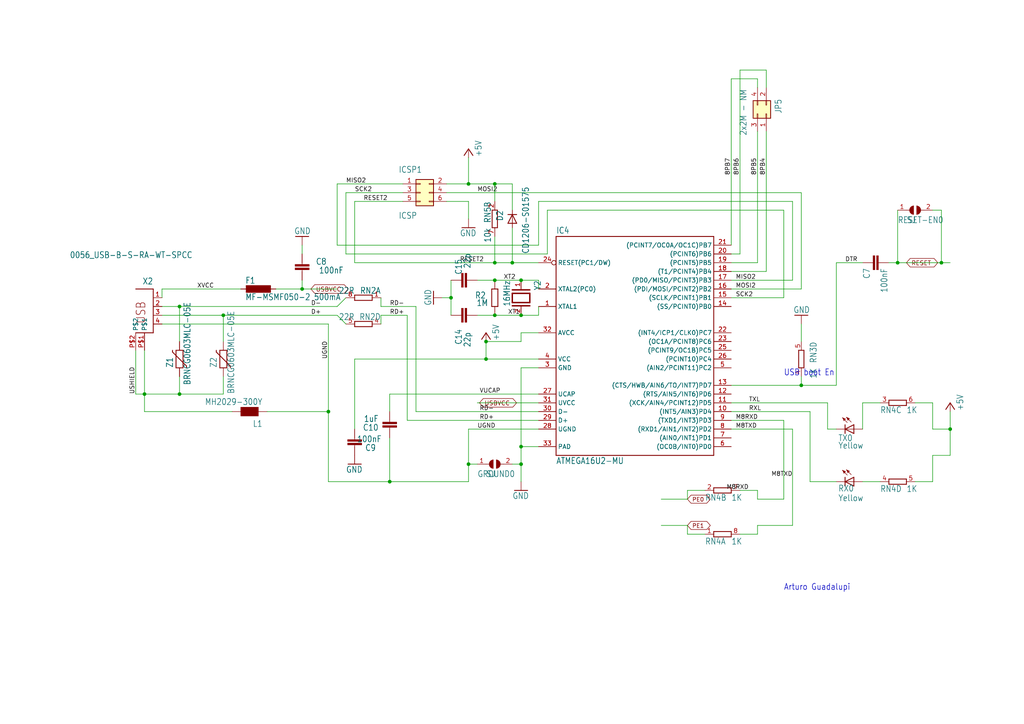
<source format=kicad_sch>
(kicad_sch (version 20211123) (generator eeschema)
  (paper "A4")
  (lib_symbols
    (symbol "Connector_Generic:Conn_02x02_Odd_Even" (pin_names (offset 1.016) hide)
      (property "Reference" "J" (at 1.27 2.54 0))
      (property "Value" "Conn_02x02_Odd_Even" (at 1.27 -5.08 0))
      (symbol "Conn_02x02_Odd_Even_1_1"
        (rectangle (start -1.27 -2.413) (end 0 -2.667) (stroke (width 0.1524)))
        (rectangle (start -1.27 0.127) (end 0 -0.127) (stroke (width 0.1524)))
        (rectangle (start -1.27 1.27) (end 3.81 -3.81) (stroke (width 0.254)) (fill (type background)))
        (rectangle (start 3.81 -2.413) (end 2.54 -2.667) (stroke (width 0.1524)))
        (rectangle (start 3.81 0.127) (end 2.54 -0.127) (stroke (width 0.1524)))
        (pin passive line (at -5.08 0 0) (length 3.81) (name "Pin_1") (number "1"))
        (pin passive line (at 7.62 0 180) (length 3.81) (name "Pin_2") (number "2"))
        (pin passive line (at -5.08 -2.54 0) (length 3.81) (name "Pin_3") (number "3"))
        (pin passive line (at 7.62 -2.54 180) (length 3.81) (name "Pin_4") (number "4"))
      )
    )
    (symbol "Connector_Generic:Conn_02x03_Odd_Even" (pin_names (offset 1.016) hide)
      (property "Reference" "J" (at 1.27 5.08 0))
      (property "Value" "Conn_02x03_Odd_Even" (at 1.27 -5.08 0))
      (symbol "Conn_02x03_Odd_Even_1_1"
        (rectangle (start -1.27 -2.413) (end 0 -2.667) (stroke (width 0.1524)))
        (rectangle (start -1.27 0.127) (end 0 -0.127) (stroke (width 0.1524)))
        (rectangle (start -1.27 2.667) (end 0 2.413) (stroke (width 0.1524)))
        (rectangle (start -1.27 3.81) (end 3.81 -3.81) (stroke (width 0.254)) (fill (type background)))
        (rectangle (start 3.81 -2.413) (end 2.54 -2.667) (stroke (width 0.1524)))
        (rectangle (start 3.81 0.127) (end 2.54 -0.127) (stroke (width 0.1524)))
        (rectangle (start 3.81 2.667) (end 2.54 2.413) (stroke (width 0.1524)))
        (pin passive line (at -5.08 2.54 0) (length 3.81) (name "Pin_1") (number "1"))
        (pin passive line (at 7.62 2.54 180) (length 3.81) (name "Pin_2") (number "2"))
        (pin passive line (at -5.08 0 0) (length 3.81) (name "Pin_3") (number "3"))
        (pin passive line (at 7.62 0 180) (length 3.81) (name "Pin_4") (number "4"))
        (pin passive line (at -5.08 -2.54 0) (length 3.81) (name "Pin_5") (number "5"))
        (pin passive line (at 7.62 -2.54 180) (length 3.81) (name "Pin_6") (number "6"))
      )
    )
    (symbol "MEGA2560_Rev3e-eagle-import:+5V" (power)
      (property "Value" "+5V" (at -2.54 -5.08 90))
      (symbol "+5V_1_0"
        (polyline (pts (xy 0 0) (xy -1.27 -1.905)) (stroke (width 0.254)))
        (polyline (pts (xy 1.27 -1.905) (xy 0 0)) (stroke (width 0.254)))
        (pin power_in line (at 0 -2.54 90) (length 2.54) (name "+5V") (number "1"))
      )
    )
    (symbol "MEGA2560_Rev3e-eagle-import:0001_BLM21PG300SN1D_{slash}_MH2029-300Y"
      (property "Reference" "L" (at -3.81 5.08 0))
      (property "Value" "0001_BLM21PG300SN1D_{slash}_MH2029-300Y" (at -3.81 -1.27 0))
      (symbol "0001_BLM21PG300SN1D_{slash}_MH2029-300Y_1_0"
        (rectangle (start -2.54 1.27) (end 2.54 3.81) (fill (type outline)))
        (pin passive line (at -5.08 2.54 0) (length 2.54) (name "1") (number "1"))
        (pin passive line (at 5.08 2.54 180) (length 2.54) (name "2") (number "2"))
      )
    )
    (symbol "MEGA2560_Rev3e-eagle-import:0002_MF-MSMF050-2"
      (property "Reference" "F" (at -1.4986 -3.81 90))
      (property "Value" "0002_MF-MSMF050-2" (at 3.302 -3.81 90))
      (symbol "0002_MF-MSMF050-2_1_0"
        (rectangle (start -1.016 -3.556) (end 1.016 3.556) (fill (type outline)))
        (pin passive line (at 0 5.08 270) (length 2.54) (name "1") (number "1"))
        (pin passive line (at 0 -5.08 90) (length 2.54) (name "2") (number "2"))
      )
    )
    (symbol "MEGA2560_Rev3e-eagle-import:0003_064R_22R_{slash}_CAY16-220J4LF"
      (property "Reference" "RN" (at -5.08 -3.048 0))
      (property "Value" "0003_064R_22R_{slash}_CAY16-220J4LF" (at 2.54 -3.048 0))
      (symbol "0003_064R_22R_{slash}_CAY16-220J4LF_1_0"
        (polyline (pts (xy -2.54 -0.762) (xy 2.54 -0.762)) (stroke (width 0.254)))
        (polyline (pts (xy -2.54 0.762) (xy -2.54 -0.762)) (stroke (width 0.254)))
        (polyline (pts (xy 2.54 -0.762) (xy 2.54 0.762)) (stroke (width 0.254)))
        (polyline (pts (xy 2.54 0.762) (xy -2.54 0.762)) (stroke (width 0.254)))
        (pin passive line (at -5.08 0 0) (length 2.54) (name "1") (number "1"))
        (pin passive line (at 5.08 0 180) (length 2.54) (name "2") (number "8"))
      )
      (symbol "0003_064R_22R_{slash}_CAY16-220J4LF_2_0"
        (polyline (pts (xy -2.54 -0.762) (xy 2.54 -0.762)) (stroke (width 0.254)))
        (polyline (pts (xy -2.54 0.762) (xy -2.54 -0.762)) (stroke (width 0.254)))
        (polyline (pts (xy 2.54 -0.762) (xy 2.54 0.762)) (stroke (width 0.254)))
        (polyline (pts (xy 2.54 0.762) (xy -2.54 0.762)) (stroke (width 0.254)))
        (pin passive line (at -5.08 0 0) (length 2.54) (name "1") (number "2"))
        (pin passive line (at 5.08 0 180) (length 2.54) (name "2") (number "7"))
      )
      (symbol "0003_064R_22R_{slash}_CAY16-220J4LF_3_0"
        (polyline (pts (xy -2.54 -0.762) (xy 2.54 -0.762)) (stroke (width 0.254)))
        (polyline (pts (xy -2.54 0.762) (xy -2.54 -0.762)) (stroke (width 0.254)))
        (polyline (pts (xy 2.54 -0.762) (xy 2.54 0.762)) (stroke (width 0.254)))
        (polyline (pts (xy 2.54 0.762) (xy -2.54 0.762)) (stroke (width 0.254)))
        (pin passive line (at -5.08 0 0) (length 2.54) (name "1") (number "3"))
        (pin passive line (at 5.08 0 180) (length 2.54) (name "2") (number "6"))
      )
      (symbol "0003_064R_22R_{slash}_CAY16-220J4LF_4_0"
        (polyline (pts (xy -2.54 -0.762) (xy 2.54 -0.762)) (stroke (width 0.254)))
        (polyline (pts (xy -2.54 0.762) (xy -2.54 -0.762)) (stroke (width 0.254)))
        (polyline (pts (xy 2.54 -0.762) (xy 2.54 0.762)) (stroke (width 0.254)))
        (polyline (pts (xy 2.54 0.762) (xy -2.54 0.762)) (stroke (width 0.254)))
        (pin passive line (at -5.08 0 0) (length 2.54) (name "1") (number "4"))
        (pin passive line (at 5.08 0 180) (length 2.54) (name "2") (number "5"))
      )
    )
    (symbol "MEGA2560_Rev3e-eagle-import:0004_0603_1M"
      (property "Reference" "R" (at -3.81 1.4986 0))
      (property "Value" "0004_0603_1M" (at -3.81 -3.302 0))
      (symbol "0004_0603_1M_1_0"
        (polyline (pts (xy -2.54 -0.889) (xy -2.54 0.889)) (stroke (width 0.254)))
        (polyline (pts (xy -2.54 -0.889) (xy 2.54 -0.889)) (stroke (width 0.254)))
        (polyline (pts (xy 2.54 -0.889) (xy 2.54 0.889)) (stroke (width 0.254)))
        (polyline (pts (xy 2.54 0.889) (xy -2.54 0.889)) (stroke (width 0.254)))
        (pin passive line (at -5.08 0 0) (length 2.54) (name "1") (number "1"))
        (pin passive line (at 5.08 0 180) (length 2.54) (name "2") (number "2"))
      )
    )
    (symbol "MEGA2560_Rev3e-eagle-import:0005_064R_1K_{slash}_CAY16-102J4LF"
      (property "Reference" "R" (at -5.08 -3.048 0))
      (property "Value" "0005_064R_1K_{slash}_CAY16-102J4LF" (at 2.54 -3.048 0))
      (symbol "0005_064R_1K_{slash}_CAY16-102J4LF_1_0"
        (polyline (pts (xy -2.54 -0.762) (xy 2.54 -0.762)) (stroke (width 0.254)))
        (polyline (pts (xy -2.54 0.762) (xy -2.54 -0.762)) (stroke (width 0.254)))
        (polyline (pts (xy 2.54 -0.762) (xy 2.54 0.762)) (stroke (width 0.254)))
        (polyline (pts (xy 2.54 0.762) (xy -2.54 0.762)) (stroke (width 0.254)))
        (pin passive line (at -5.08 0 0) (length 2.54) (name "1") (number "1"))
        (pin passive line (at 5.08 0 180) (length 2.54) (name "2") (number "8"))
      )
      (symbol "0005_064R_1K_{slash}_CAY16-102J4LF_2_0"
        (polyline (pts (xy -2.54 -0.762) (xy 2.54 -0.762)) (stroke (width 0.254)))
        (polyline (pts (xy -2.54 0.762) (xy -2.54 -0.762)) (stroke (width 0.254)))
        (polyline (pts (xy 2.54 -0.762) (xy 2.54 0.762)) (stroke (width 0.254)))
        (polyline (pts (xy 2.54 0.762) (xy -2.54 0.762)) (stroke (width 0.254)))
        (pin passive line (at -5.08 0 0) (length 2.54) (name "1") (number "2"))
        (pin passive line (at 5.08 0 180) (length 2.54) (name "2") (number "7"))
      )
      (symbol "0005_064R_1K_{slash}_CAY16-102J4LF_3_0"
        (polyline (pts (xy -2.54 -0.762) (xy 2.54 -0.762)) (stroke (width 0.254)))
        (polyline (pts (xy -2.54 0.762) (xy -2.54 -0.762)) (stroke (width 0.254)))
        (polyline (pts (xy 2.54 -0.762) (xy 2.54 0.762)) (stroke (width 0.254)))
        (polyline (pts (xy 2.54 0.762) (xy -2.54 0.762)) (stroke (width 0.254)))
        (pin passive line (at -5.08 0 0) (length 2.54) (name "1") (number "3"))
        (pin passive line (at 5.08 0 180) (length 2.54) (name "2") (number "6"))
      )
      (symbol "0005_064R_1K_{slash}_CAY16-102J4LF_4_0"
        (polyline (pts (xy -2.54 -0.762) (xy 2.54 -0.762)) (stroke (width 0.254)))
        (polyline (pts (xy -2.54 0.762) (xy -2.54 -0.762)) (stroke (width 0.254)))
        (polyline (pts (xy 2.54 -0.762) (xy 2.54 0.762)) (stroke (width 0.254)))
        (polyline (pts (xy 2.54 0.762) (xy -2.54 0.762)) (stroke (width 0.254)))
        (pin passive line (at -5.08 0 0) (length 2.54) (name "1") (number "4"))
        (pin passive line (at 5.08 0 180) (length 2.54) (name "2") (number "5"))
      )
    )
    (symbol "MEGA2560_Rev3e-eagle-import:0006_1UF_0603{slash}GRM188R61E105KA12D"
      (property "Reference" "C" (at 1.524 0.381 0))
      (property "Value" "0006_1UF_0603{slash}GRM188R61E105KA12D" (at 1.524 -4.699 0))
      (symbol "0006_1UF_0603{slash}GRM188R61E105KA12D_1_0"
        (rectangle (start -2.032 -2.032) (end 2.032 -1.524) (fill (type outline)))
        (rectangle (start -2.032 -1.016) (end 2.032 -0.508) (fill (type outline)))
        (polyline (pts (xy 0 -2.54) (xy 0 -2.032)) (stroke (width 0.1524)))
        (polyline (pts (xy 0 0) (xy 0 -0.508)) (stroke (width 0.1524)))
        (pin passive line (at 0 2.54 270) (length 2.54) (name "1") (number "1"))
        (pin passive line (at 0 -5.08 90) (length 2.54) (name "2") (number "2"))
      )
    )
    (symbol "MEGA2560_Rev3e-eagle-import:0007_ATMEGA16U2-MUR"
      (property "Reference" "IC" (at -22.86 33.782 0))
      (property "Value" "0007_ATMEGA16U2-MUR" (at -22.86 -33.02 0))
      (symbol "0007_ATMEGA16U2-MUR_1_0"
        (polyline (pts (xy -22.86 -30.48) (xy -22.86 33.02)) (stroke (width 0.254)))
        (polyline (pts (xy -22.86 33.02) (xy 22.86 33.02)) (stroke (width 0.254)))
        (polyline (pts (xy 22.86 -30.48) (xy -22.86 -30.48)) (stroke (width 0.254)))
        (polyline (pts (xy 22.86 33.02) (xy 22.86 -30.48)) (stroke (width 0.254)))
        (pin bidirectional line (at -27.94 12.7 0) (length 5.08) (name "XTAL1") (number "1"))
        (pin bidirectional line (at 27.94 -17.78 180) (length 5.08) (name "(INT5/AIN3)PD4") (number "10"))
        (pin bidirectional line (at 27.94 -15.24 180) (length 5.08) (name "(XCK/AIN4/PCINT12)PD5") (number "11"))
        (pin bidirectional line (at 27.94 -12.7 180) (length 5.08) (name "(RTS/AIN5/INT6)PD6") (number "12"))
        (pin bidirectional line (at 27.94 -10.16 180) (length 5.08) (name "(CTS/HWB/AIN6/TO/INT7)PD7") (number "13"))
        (pin bidirectional line (at 27.94 12.7 180) (length 5.08) (name "(SS/PCINT0)PB0") (number "14"))
        (pin bidirectional line (at 27.94 15.24 180) (length 5.08) (name "(SCLK/PCINT1)PB1") (number "15"))
        (pin bidirectional line (at 27.94 17.78 180) (length 5.08) (name "(PDI/MOSI/PCINT2)PB2") (number "16"))
        (pin bidirectional line (at 27.94 20.32 180) (length 5.08) (name "(PD0/MISO/PCINT3)PB3") (number "17"))
        (pin bidirectional line (at 27.94 22.86 180) (length 5.08) (name "(T1/PCINT4)PB4") (number "18"))
        (pin bidirectional line (at 27.94 25.4 180) (length 5.08) (name "(PCINT5)PB5") (number "19"))
        (pin bidirectional line (at -27.94 17.78 0) (length 5.08) (name "XTAL2(PC0)") (number "2"))
        (pin bidirectional line (at 27.94 27.94 180) (length 5.08) (name "(PCINT6)PB6") (number "20"))
        (pin bidirectional line (at 27.94 30.48 180) (length 5.08) (name "(PCINT7/OC0A/OC1C)PB7") (number "21"))
        (pin bidirectional line (at 27.94 5.08 180) (length 5.08) (name "(INT4/ICP1/CLK0)PC7") (number "22"))
        (pin bidirectional line (at 27.94 2.54 180) (length 5.08) (name "(OC1A/PCINT8)PC6") (number "23"))
        (pin input inverted (at -27.94 25.4 0) (length 5.08) (name "RESET(PC1/DW)") (number "24"))
        (pin bidirectional line (at 27.94 0 180) (length 5.08) (name "(PCINT9/OC1B)PC5") (number "25"))
        (pin bidirectional line (at 27.94 -2.54 180) (length 5.08) (name "(PCINT10)PC4") (number "26"))
        (pin passive line (at -27.94 -12.7 0) (length 5.08) (name "UCAP") (number "27"))
        (pin power_in line (at -27.94 -22.86 0) (length 5.08) (name "UGND") (number "28"))
        (pin bidirectional line (at -27.94 -20.32 0) (length 5.08) (name "D+") (number "29"))
        (pin power_in line (at -27.94 -5.08 0) (length 5.08) (name "GND") (number "3"))
        (pin bidirectional line (at -27.94 -17.78 0) (length 5.08) (name "D-") (number "30"))
        (pin power_in line (at -27.94 -15.24 0) (length 5.08) (name "UVCC") (number "31"))
        (pin power_in line (at -27.94 5.08 0) (length 5.08) (name "AVCC") (number "32"))
        (pin power_in line (at -27.94 -27.94 0) (length 5.08) (name "PAD") (number "33"))
        (pin power_in line (at -27.94 -2.54 0) (length 5.08) (name "VCC") (number "4"))
        (pin bidirectional line (at 27.94 -5.08 180) (length 5.08) (name "(AIN2/PCINT11)PC2") (number "5"))
        (pin bidirectional line (at 27.94 -27.94 180) (length 5.08) (name "(OC0B/INT0)PD0") (number "6"))
        (pin bidirectional line (at 27.94 -25.4 180) (length 5.08) (name "(AIN0/INT1)PD1") (number "7"))
        (pin bidirectional line (at 27.94 -22.86 180) (length 5.08) (name "(RXD1/AIN1/INT2)PD2") (number "8"))
        (pin bidirectional line (at 27.94 -20.32 180) (length 5.08) (name "(TXD1/INT3)PD3") (number "9"))
      )
    )
    (symbol "MEGA2560_Rev3e-eagle-import:0010_BRNCG0603MLC-05E"
      (property "Reference" "Z" (at -2.54 3.81 0))
      (property "Value" "0010_BRNCG0603MLC-05E" (at -2.54 -6.35 0))
      (symbol "0010_BRNCG0603MLC-05E_1_0"
        (polyline (pts (xy -2.54 -1.016) (xy -2.54 1.016)) (stroke (width 0.254)))
        (polyline (pts (xy -2.54 1.016) (xy 2.54 1.016)) (stroke (width 0.254)))
        (polyline (pts (xy -2.032 2.032) (xy -2.54 2.032)) (stroke (width 0.254)))
        (polyline (pts (xy 2.032 -2.032) (xy -2.032 2.032)) (stroke (width 0.254)))
        (polyline (pts (xy 2.54 -2.032) (xy 2.032 -2.032)) (stroke (width 0.254)))
        (polyline (pts (xy 2.54 -1.016) (xy -2.54 -1.016)) (stroke (width 0.254)))
        (polyline (pts (xy 2.54 1.016) (xy 2.54 -1.016)) (stroke (width 0.254)))
        (pin passive line (at 5.08 0 180) (length 2.54) (name "1") (number "1"))
        (pin passive line (at -5.08 0 0) (length 2.54) (name "2") (number "2"))
      )
    )
    (symbol "MEGA2560_Rev3e-eagle-import:0012_CD1206-S01575"
      (property "Reference" "D" (at 2.54 0.4826 0))
      (property "Value" "0012_CD1206-S01575" (at 2.54 -2.3114 0))
      (symbol "0012_CD1206-S01575_1_0"
        (polyline (pts (xy -1.27 -1.27) (xy 1.27 0)) (stroke (width 0.254)))
        (polyline (pts (xy -1.27 1.27) (xy -1.27 -1.27)) (stroke (width 0.254)))
        (polyline (pts (xy 1.27 0) (xy -1.27 1.27)) (stroke (width 0.254)))
        (polyline (pts (xy 1.27 0) (xy 1.27 -1.27)) (stroke (width 0.254)))
        (polyline (pts (xy 1.27 1.27) (xy 1.27 0)) (stroke (width 0.254)))
        (pin passive line (at -2.54 0 0) (length 2.54) (name "A") (number "A"))
        (pin passive line (at 2.54 0 180) (length 2.54) (name "C") (number "C"))
      )
    )
    (symbol "MEGA2560_Rev3e-eagle-import:0014_22PF_0603"
      (property "Reference" "C" (at 1.524 0.381 0))
      (property "Value" "0014_22PF_0603" (at 1.524 -4.699 0))
      (symbol "0014_22PF_0603_1_0"
        (rectangle (start -2.032 -2.032) (end 2.032 -1.524) (fill (type outline)))
        (rectangle (start -2.032 -1.016) (end 2.032 -0.508) (fill (type outline)))
        (polyline (pts (xy 0 -2.54) (xy 0 -2.032)) (stroke (width 0.1524)))
        (polyline (pts (xy 0 0) (xy 0 -0.508)) (stroke (width 0.1524)))
        (pin passive line (at 0 2.54 270) (length 2.54) (name "1") (number "1"))
        (pin passive line (at 0 -5.08 90) (length 2.54) (name "2") (number "2"))
      )
    )
    (symbol "MEGA2560_Rev3e-eagle-import:0015_100NF_0603"
      (property "Reference" "C" (at 1.524 0.381 0))
      (property "Value" "0015_100NF_0603" (at 1.524 -4.699 0))
      (symbol "0015_100NF_0603_1_0"
        (rectangle (start -2.032 -2.032) (end 2.032 -1.524) (fill (type outline)))
        (rectangle (start -2.032 -1.016) (end 2.032 -0.508) (fill (type outline)))
        (polyline (pts (xy 0 -2.54) (xy 0 -2.032)) (stroke (width 0.1524)))
        (polyline (pts (xy 0 0) (xy 0 -0.508)) (stroke (width 0.1524)))
        (pin passive line (at 0 2.54 270) (length 2.54) (name "1") (number "1"))
        (pin passive line (at 0 -5.08 90) (length 2.54) (name "2") (number "2"))
      )
    )
    (symbol "MEGA2560_Rev3e-eagle-import:0016_064R_10K_{slash}_CAY16-103J4LF"
      (property "Reference" "RN" (at -5.08 -3.048 0))
      (property "Value" "0016_064R_10K_{slash}_CAY16-103J4LF" (at 2.54 -3.048 0))
      (symbol "0016_064R_10K_{slash}_CAY16-103J4LF_1_0"
        (polyline (pts (xy -2.54 -0.762) (xy 2.54 -0.762)) (stroke (width 0.254)))
        (polyline (pts (xy -2.54 0.762) (xy -2.54 -0.762)) (stroke (width 0.254)))
        (polyline (pts (xy 2.54 -0.762) (xy 2.54 0.762)) (stroke (width 0.254)))
        (polyline (pts (xy 2.54 0.762) (xy -2.54 0.762)) (stroke (width 0.254)))
        (pin passive line (at -5.08 0 0) (length 2.54) (name "1") (number "1"))
        (pin passive line (at 5.08 0 180) (length 2.54) (name "2") (number "8"))
      )
      (symbol "0016_064R_10K_{slash}_CAY16-103J4LF_2_0"
        (polyline (pts (xy -2.54 -0.762) (xy 2.54 -0.762)) (stroke (width 0.254)))
        (polyline (pts (xy -2.54 0.762) (xy -2.54 -0.762)) (stroke (width 0.254)))
        (polyline (pts (xy 2.54 -0.762) (xy 2.54 0.762)) (stroke (width 0.254)))
        (polyline (pts (xy 2.54 0.762) (xy -2.54 0.762)) (stroke (width 0.254)))
        (pin passive line (at -5.08 0 0) (length 2.54) (name "1") (number "2"))
        (pin passive line (at 5.08 0 180) (length 2.54) (name "2") (number "7"))
      )
      (symbol "0016_064R_10K_{slash}_CAY16-103J4LF_3_0"
        (polyline (pts (xy -2.54 -0.762) (xy 2.54 -0.762)) (stroke (width 0.254)))
        (polyline (pts (xy -2.54 0.762) (xy -2.54 -0.762)) (stroke (width 0.254)))
        (polyline (pts (xy 2.54 -0.762) (xy 2.54 0.762)) (stroke (width 0.254)))
        (polyline (pts (xy 2.54 0.762) (xy -2.54 0.762)) (stroke (width 0.254)))
        (pin passive line (at -5.08 0 0) (length 2.54) (name "1") (number "3"))
        (pin passive line (at 5.08 0 180) (length 2.54) (name "2") (number "6"))
      )
      (symbol "0016_064R_10K_{slash}_CAY16-103J4LF_4_0"
        (polyline (pts (xy -2.54 -0.762) (xy 2.54 -0.762)) (stroke (width 0.254)))
        (polyline (pts (xy -2.54 0.762) (xy -2.54 -0.762)) (stroke (width 0.254)))
        (polyline (pts (xy 2.54 -0.762) (xy 2.54 0.762)) (stroke (width 0.254)))
        (polyline (pts (xy 2.54 0.762) (xy -2.54 0.762)) (stroke (width 0.254)))
        (pin passive line (at -5.08 0 0) (length 2.54) (name "1") (number "4"))
        (pin passive line (at 5.08 0 180) (length 2.54) (name "2") (number "5"))
      )
    )
    (symbol "MEGA2560_Rev3e-eagle-import:0019_P011052006_16M"
      (property "Reference" "XT" (at -5.08 3.81 0))
      (property "Value" "0019_P011052006_16M" (at -5.08 -5.08 0))
      (symbol "0019_P011052006_16M_1_0"
        (polyline (pts (xy -2.286 2.54) (xy -2.286 -2.54)) (stroke (width 0.4064)))
        (polyline (pts (xy -1.27 2.54) (xy -1.27 -2.54)) (stroke (width 0.4064)))
        (polyline (pts (xy -1.27 2.54) (xy 1.397 2.54)) (stroke (width 0.4064)))
        (polyline (pts (xy 1.397 -2.54) (xy -1.27 -2.54)) (stroke (width 0.4064)))
        (polyline (pts (xy 1.397 2.54) (xy 1.397 -2.54)) (stroke (width 0.4064)))
        (polyline (pts (xy 2.3368 2.54) (xy 2.3368 -2.54)) (stroke (width 0.4064)))
        (pin passive line (at -5.08 0 0) (length 2.54) (name "1") (number "1"))
        (pin passive line (at 5.08 0 180) (length 2.54) (name "2") (number "2"))
      )
    )
    (symbol "MEGA2560_Rev3e-eagle-import:0044_KPT-2012YC"
      (property "Reference" "LED" (at 3.556 -4.572 90))
      (property "Value" "0044_KPT-2012YC" (at 5.715 -4.572 90))
      (symbol "0044_KPT-2012YC_1_0"
        (polyline (pts (xy -2.032 -0.762) (xy -3.429 -2.159)) (stroke (width 0.1524)))
        (polyline (pts (xy -1.905 -1.905) (xy -3.302 -3.302)) (stroke (width 0.1524)))
        (polyline (pts (xy 0 -2.54) (xy -1.27 -2.54)) (stroke (width 0.254)))
        (polyline (pts (xy 0 -2.54) (xy -1.27 0)) (stroke (width 0.254)))
        (polyline (pts (xy 0 0) (xy -1.27 0)) (stroke (width 0.254)))
        (polyline (pts (xy 0 0) (xy 0 -2.54)) (stroke (width 0.1524)))
        (polyline (pts (xy 1.27 -2.54) (xy 0 -2.54)) (stroke (width 0.254)))
        (polyline (pts (xy 1.27 0) (xy 0 -2.54)) (stroke (width 0.254)))
        (polyline (pts (xy 1.27 0) (xy 0 0)) (stroke (width 0.254)))
        (polyline (pts (xy -3.429 -2.159) (xy -3.048 -1.27) (xy -2.54 -1.778)) (fill (type outline)))
        (polyline (pts (xy -3.302 -3.302) (xy -2.921 -2.413) (xy -2.413 -2.921)) (fill (type outline)))
        (pin passive line (at 0 2.54 270) (length 2.54) (name "A") (number "A"))
        (pin passive line (at 0 -5.08 90) (length 2.54) (name "C") (number "C"))
      )
    )
    (symbol "MEGA2560_Rev3e-eagle-import:0056_USB-B-S-RA-WT-SPCC"
      (property "Reference" "USB" (at 0 8.89 0))
      (property "Value" "0056_USB-B-S-RA-WT-SPCC" (at 0 12.7 0))
      (symbol "0056_USB-B-S-RA-WT-SPCC_1_0"
        (polyline (pts (xy 0 -5.08) (xy 5.08 -5.08)) (stroke (width 0.254)))
        (polyline (pts (xy 0 7.62) (xy 0 -5.08)) (stroke (width 0.254)))
        (polyline (pts (xy 0 7.62) (xy 5.08 7.62)) (stroke (width 0.254)))
        (text "USB" (at 5.08 -2.54 900) (effects (font (size 2.54 2.159)) (justify left bottom)))
        (pin bidirectional line (at -2.54 5.08 0) (length 2.54) (name "1") (number "1"))
        (pin bidirectional line (at -2.54 2.54 0) (length 2.54) (name "2") (number "2"))
        (pin bidirectional line (at -2.54 0 0) (length 2.54) (name "3") (number "3"))
        (pin bidirectional line (at -2.54 -2.54 0) (length 2.54) (name "4") (number "4"))
        (pin bidirectional line (at 2.54 -10.16 90) (length 5.08) (name "P$1") (number "P$1"))
        (pin bidirectional line (at 5.08 -10.16 90) (length 5.08) (name "P$2") (number "P$2"))
      )
    )
    (symbol "MEGA2560_Rev3e-eagle-import:GND" (power)
      (property "Value" "GND" (at -2.54 -2.54 0))
      (symbol "GND_1_0"
        (polyline (pts (xy -1.905 0) (xy 1.905 0)) (stroke (width 0.254)))
        (pin power_in line (at 0 2.54 270) (length 2.54) (name "GND") (number "1"))
      )
    )
    (symbol "MEGA2560_Rev3e-eagle-import:SJ"
      (property "Reference" "SJ" (at -2.54 2.54 0))
      (property "Value" "SJ" (at -2.54 -3.81 0))
      (symbol "SJ_1_0"
        (arc (start -0.381 1.2699) (mid -1.6508 0) (end -0.381 -1.2699) (stroke (width 0.0001)) (fill (type outline)))
        (polyline (pts (xy -2.54 0) (xy -1.651 0)) (stroke (width 0.1524)))
        (polyline (pts (xy 2.54 0) (xy 1.651 0)) (stroke (width 0.1524)))
        (arc (start 0.381 -1.2699) (mid 1.6508 0) (end 0.381 1.2699) (stroke (width 0.0001)) (fill (type outline)))
        (pin passive line (at -5.08 0 0) (length 2.54) (name "1") (number "1"))
        (pin passive line (at 5.08 0 180) (length 2.54) (name "2") (number "2"))
      )
    )
  )
  (junction (at 95.25 119.38))
  (junction (at 130.81 86.36))
  (junction (at 151.13 129.54))
  (junction (at 64.77 91.44))
  (junction (at 260.35 76.2))
  (junction (at 143.51 81.28))
  (junction (at 273.05 76.2))
  (junction (at 143.51 53.34))
  (junction (at 143.51 76.2))
  (junction (at 148.59 76.2))
  (junction (at 151.13 91.44))
  (junction (at 52.07 88.9))
  (junction (at 275.59 124.46))
  (junction (at 135.89 53.34))
  (junction (at 151.13 81.28))
  (junction (at 140.97 104.14))
  (junction (at 143.51 91.44))
  (junction (at 41.91 114.3))
  (junction (at 113.03 139.7))
  (junction (at 140.97 99.06))
  (junction (at 232.41 111.76))
  (junction (at 52.07 114.3))
  (junction (at 135.89 134.62))
  (junction (at 151.13 134.62))
  (junction (at 87.63 83.82))
  (wire (pts (xy 138.43 134.62) (xy 135.89 134.62)))
  (wire (pts (xy 120.65 88.9) (xy 120.65 119.38)))
  (wire (pts (xy 212.09 116.84) (xy 240.03 116.84)))
  (wire (pts (xy 135.89 58.42) (xy 135.89 63.5)))
  (wire (pts (xy 143.51 53.34) (xy 148.59 53.34)))
  (wire (pts (xy 212.09 22.86) (xy 212.09 71.12)))
  (wire (pts (xy 118.11 91.44) (xy 118.11 121.92)))
  (wire (pts (xy 138.43 116.84) (xy 156.21 116.84)))
  (wire (pts (xy 158.75 73.66) (xy 100.33 73.66)))
  (wire (pts (xy 97.79 91.44) (xy 64.77 91.44)))
  (wire (pts (xy 232.41 109.22) (xy 232.41 111.76)))
  (wire (pts (xy 102.87 104.14) (xy 102.87 124.46)))
  (wire (pts (xy 222.25 78.74) (xy 222.25 38.1)))
  (wire (pts (xy 129.54 53.34) (xy 135.89 53.34)))
  (wire (pts (xy 270.51 124.46) (xy 275.59 124.46)))
  (wire (pts (xy 77.47 119.38) (xy 95.25 119.38)))
  (wire (pts (xy 219.71 144.78) (xy 227.33 144.78)))
  (wire (pts (xy 212.09 83.82) (xy 232.41 83.82)))
  (wire (pts (xy 95.25 93.98) (xy 95.25 119.38)))
  (wire (pts (xy 41.91 119.38) (xy 41.91 114.3)))
  (wire (pts (xy 219.71 142.24) (xy 219.71 144.78)))
  (wire (pts (xy 151.13 96.52) (xy 156.21 96.52)))
  (wire (pts (xy 100.33 73.66) (xy 100.33 55.88)))
  (wire (pts (xy 199.39 154.94) (xy 199.39 152.4)))
  (wire (pts (xy 87.63 73.66) (xy 87.63 71.12)))
  (wire (pts (xy 113.03 139.7) (xy 135.89 139.7)))
  (wire (pts (xy 46.99 88.9) (xy 52.07 88.9)))
  (wire (pts (xy 143.51 53.34) (xy 143.51 58.42)))
  (wire (pts (xy 232.41 83.82) (xy 232.41 55.88)))
  (wire (pts (xy 140.97 99.06) (xy 151.13 99.06)))
  (wire (pts (xy 156.21 58.42) (xy 156.21 71.12)))
  (wire (pts (xy 143.51 91.44) (xy 138.43 91.44)))
  (wire (pts (xy 130.81 91.44) (xy 130.81 86.36)))
  (wire (pts (xy 234.95 139.7) (xy 234.95 119.38)))
  (wire (pts (xy 52.07 114.3) (xy 64.77 114.3)))
  (wire (pts (xy 156.21 71.12) (xy 97.79 71.12)))
  (wire (pts (xy 41.91 114.3) (xy 39.37 114.3)))
  (wire (pts (xy 52.07 88.9) (xy 97.79 88.9)))
  (wire (pts (xy 219.71 152.4) (xy 229.87 152.4)))
  (wire (pts (xy 140.97 99.06) (xy 140.97 104.14)))
  (wire (pts (xy 143.51 76.2) (xy 102.87 76.2)))
  (wire (pts (xy 275.59 132.08) (xy 275.59 124.46)))
  (wire (pts (xy 270.51 60.96) (xy 273.05 60.96)))
  (wire (pts (xy 118.11 121.92) (xy 156.21 121.92)))
  (wire (pts (xy 87.63 83.82) (xy 80.01 83.82)))
  (wire (pts (xy 260.35 76.2) (xy 273.05 76.2)))
  (wire (pts (xy 148.59 134.62) (xy 151.13 134.62)))
  (wire (pts (xy 240.03 124.46) (xy 242.57 124.46)))
  (wire (pts (xy 64.77 99.06) (xy 64.77 91.44)))
  (wire (pts (xy 128.27 86.36) (xy 130.81 86.36)))
  (wire (pts (xy 64.77 91.44) (xy 46.99 91.44)))
  (wire (pts (xy 130.81 86.36) (xy 130.81 81.28)))
  (wire (pts (xy 214.63 142.24) (xy 219.71 142.24)))
  (wire (pts (xy 148.59 76.2) (xy 143.51 76.2)))
  (wire (pts (xy 135.89 139.7) (xy 135.89 134.62)))
  (wire (pts (xy 219.71 38.1) (xy 219.71 76.2)))
  (wire (pts (xy 214.63 154.94) (xy 219.71 154.94)))
  (wire (pts (xy 156.21 104.14) (xy 140.97 104.14)))
  (wire (pts (xy 151.13 134.62) (xy 151.13 129.54)))
  (wire (pts (xy 46.99 83.82) (xy 69.85 83.82)))
  (wire (pts (xy 156.21 129.54) (xy 151.13 129.54)))
  (wire (pts (xy 52.07 99.06) (xy 52.07 88.9)))
  (wire (pts (xy 199.39 142.24) (xy 199.39 144.78)))
  (wire (pts (xy 143.51 81.28) (xy 138.43 81.28)))
  (wire (pts (xy 273.05 76.2) (xy 275.59 76.2)))
  (wire (pts (xy 199.39 152.4) (xy 191.77 152.4)))
  (wire (pts (xy 100.33 55.88) (xy 116.84 55.88)))
  (wire (pts (xy 113.03 127) (xy 113.03 139.7)))
  (wire (pts (xy 240.03 116.84) (xy 240.03 124.46)))
  (wire (pts (xy 151.13 81.28) (xy 143.51 81.28)))
  (wire (pts (xy 151.13 81.28) (xy 156.21 81.28)))
  (wire (pts (xy 39.37 114.3) (xy 39.37 101.6)))
  (wire (pts (xy 229.87 152.4) (xy 229.87 124.46)))
  (wire (pts (xy 156.21 114.3) (xy 113.03 114.3)))
  (wire (pts (xy 212.09 81.28) (xy 229.87 81.28)))
  (wire (pts (xy 129.54 58.42) (xy 135.89 58.42)))
  (wire (pts (xy 275.59 132.08) (xy 270.51 132.08)))
  (wire (pts (xy 242.57 111.76) (xy 242.57 76.2)))
  (wire (pts (xy 227.33 60.96) (xy 158.75 60.96)))
  (wire (pts (xy 255.27 139.7) (xy 250.19 139.7)))
  (wire (pts (xy 151.13 139.7) (xy 151.13 134.62)))
  (wire (pts (xy 255.27 116.84) (xy 250.19 116.84)))
  (wire (pts (xy 110.49 88.9) (xy 120.65 88.9)))
  (wire (pts (xy 229.87 81.28) (xy 229.87 58.42)))
  (wire (pts (xy 270.51 139.7) (xy 270.51 132.08)))
  (wire (pts (xy 87.63 81.28) (xy 87.63 83.82)))
  (wire (pts (xy 242.57 76.2) (xy 250.19 76.2)))
  (wire (pts (xy 265.43 116.84) (xy 270.51 116.84)))
  (wire (pts (xy 219.71 25.4) (xy 219.71 22.86)))
  (wire (pts (xy 156.21 91.44) (xy 156.21 88.9)))
  (wire (pts (xy 257.81 76.2) (xy 260.35 76.2)))
  (wire (pts (xy 46.99 86.36) (xy 46.99 83.82)))
  (wire (pts (xy 67.31 119.38) (xy 41.91 119.38)))
  (wire (pts (xy 100.33 86.36) (xy 97.79 88.9)))
  (wire (pts (xy 156.21 106.68) (xy 151.13 106.68)))
  (wire (pts (xy 102.87 58.42) (xy 116.84 58.42)))
  (wire (pts (xy 151.13 106.68) (xy 151.13 129.54)))
  (wire (pts (xy 143.51 68.58) (xy 143.51 76.2)))
  (wire (pts (xy 110.49 86.36) (xy 110.49 88.9)))
  (wire (pts (xy 234.95 119.38) (xy 212.09 119.38)))
  (wire (pts (xy 156.21 81.28) (xy 156.21 83.82)))
  (wire (pts (xy 204.47 154.94) (xy 199.39 154.94)))
  (wire (pts (xy 151.13 91.44) (xy 156.21 91.44)))
  (wire (pts (xy 156.21 76.2) (xy 148.59 76.2)))
  (wire (pts (xy 227.33 86.36) (xy 227.33 60.96)))
  (wire (pts (xy 232.41 111.76) (xy 242.57 111.76)))
  (wire (pts (xy 273.05 60.96) (xy 273.05 76.2)))
  (wire (pts (xy 156.21 119.38) (xy 120.65 119.38)))
  (wire (pts (xy 219.71 22.86) (xy 212.09 22.86)))
  (wire (pts (xy 148.59 66.04) (xy 148.59 76.2)))
  (wire (pts (xy 270.51 116.84) (xy 270.51 124.46)))
  (wire (pts (xy 102.87 76.2) (xy 102.87 58.42)))
  (wire (pts (xy 212.09 78.74) (xy 222.25 78.74)))
  (wire (pts (xy 214.63 73.66) (xy 214.63 20.32)))
  (wire (pts (xy 113.03 114.3) (xy 113.03 119.38)))
  (wire (pts (xy 41.91 101.6) (xy 41.91 114.3)))
  (wire (pts (xy 212.09 111.76) (xy 232.41 111.76)))
  (wire (pts (xy 227.33 121.92) (xy 227.33 144.78)))
  (wire (pts (xy 229.87 124.46) (xy 212.09 124.46)))
  (wire (pts (xy 135.89 53.34) (xy 135.89 45.72)))
  (wire (pts (xy 234.95 139.7) (xy 242.57 139.7)))
  (wire (pts (xy 151.13 99.06) (xy 151.13 96.52)))
  (wire (pts (xy 219.71 76.2) (xy 212.09 76.2)))
  (wire (pts (xy 97.79 71.12) (xy 97.79 53.34)))
  (wire (pts (xy 110.49 93.98) (xy 110.49 91.44)))
  (wire (pts (xy 95.25 119.38) (xy 95.25 139.7)))
  (wire (pts (xy 232.41 99.06) (xy 232.41 93.98)))
  (wire (pts (xy 46.99 93.98) (xy 95.25 93.98)))
  (wire (pts (xy 97.79 83.82) (xy 87.63 83.82)))
  (wire (pts (xy 148.59 53.34) (xy 148.59 60.96)))
  (wire (pts (xy 212.09 73.66) (xy 214.63 73.66)))
  (wire (pts (xy 232.41 55.88) (xy 129.54 55.88)))
  (wire (pts (xy 151.13 91.44) (xy 143.51 91.44)))
  (wire (pts (xy 260.35 60.96) (xy 260.35 76.2)))
  (wire (pts (xy 52.07 109.22) (xy 52.07 114.3)))
  (wire (pts (xy 204.47 142.24) (xy 199.39 142.24)))
  (wire (pts (xy 110.49 91.44) (xy 118.11 91.44)))
  (wire (pts (xy 158.75 60.96) (xy 158.75 73.66)))
  (wire (pts (xy 41.91 114.3) (xy 52.07 114.3)))
  (wire (pts (xy 222.25 20.32) (xy 222.25 25.4)))
  (wire (pts (xy 135.89 124.46) (xy 156.21 124.46)))
  (wire (pts (xy 135.89 53.34) (xy 143.51 53.34)))
  (wire (pts (xy 135.89 134.62) (xy 135.89 124.46)))
  (wire (pts (xy 219.71 154.94) (xy 219.71 152.4)))
  (wire (pts (xy 212.09 86.36) (xy 227.33 86.36)))
  (wire (pts (xy 140.97 104.14) (xy 102.87 104.14)))
  (wire (pts (xy 97.79 53.34) (xy 116.84 53.34)))
  (wire (pts (xy 95.25 139.7) (xy 113.03 139.7)))
  (wire (pts (xy 265.43 139.7) (xy 270.51 139.7)))
  (wire (pts (xy 229.87 58.42) (xy 156.21 58.42)))
  (wire (pts (xy 64.77 109.22) (xy 64.77 114.3)))
  (wire (pts (xy 100.33 93.98) (xy 97.79 91.44)))
  (wire (pts (xy 214.63 20.32) (xy 222.25 20.32)))
  (wire (pts (xy 250.19 116.84) (xy 250.19 124.46)))
  (wire (pts (xy 191.77 144.78) (xy 199.39 144.78)))
  (wire (pts (xy 275.59 124.46) (xy 275.59 119.38)))
  (wire (pts (xy 212.09 121.92) (xy 227.33 121.92)))
  (text "USB boot En" (at 227.33 109.22 180) (effects (font (size 1.778 1.5113)) (justify left bottom)))
  (text "Arturo Guadalupi" (at 227.33 171.45 180) (effects (font (size 1.778 1.5113)) (justify left bottom)))
  (label "XT2" (at 146.05 81.28 0) (effects (font (size 1.2446 1.2446))))
  (label "XVCC" (at 57.15 83.82 0) (effects (font (size 1.2446 1.2446))))
  (label "RD+" (at 139.065 121.92 0) (effects (font (size 1.2446 1.2446))))
  (label "RD-" (at 139.065 119.38 0) (effects (font (size 1.2446 1.2446))))
  (label "8PB7" (at 212.09 50.8 90) (effects (font (size 1.2446 1.2446))))
  (label "M8RXD" (at 217.17 142.24 180) (effects (font (size 1.2446 1.2446))))
  (label "SCK2" (at 102.87 55.88 0) (effects (font (size 1.2446 1.2446))))
  (label "8PB6" (at 214.63 50.8 90) (effects (font (size 1.2446 1.2446))))
  (label "D-" (at 90.17 88.9 0) (effects (font (size 1.2446 1.2446))))
  (label "VUCAP" (at 139.065 114.3 0) (effects (font (size 1.2446 1.2446))))
  (label "USHIELD" (at 39.37 114.3 90) (effects (font (size 1.2446 1.2446))))
  (label "M8TXD" (at 229.87 138.43 180) (effects (font (size 1.2446 1.2446))))
  (label "MISO2" (at 213.36 81.28 0) (effects (font (size 1.2446 1.2446))))
  (label "MISO2" (at 100.33 53.34 0) (effects (font (size 1.2446 1.2446))))
  (label "M8TXD" (at 213.36 124.46 0) (effects (font (size 1.2446 1.2446))))
  (label "XT1" (at 147.32 91.44 0) (effects (font (size 1.2446 1.2446))))
  (label "RD+" (at 113.03 91.44 0) (effects (font (size 1.2446 1.2446))))
  (label "8PB5" (at 219.71 50.8 90) (effects (font (size 1.2446 1.2446))))
  (label "RXL" (at 217.17 119.38 0) (effects (font (size 1.2446 1.2446))))
  (label "D+" (at 90.17 91.44 0) (effects (font (size 1.2446 1.2446))))
  (label "SCK2" (at 213.36 86.36 0) (effects (font (size 1.2446 1.2446))))
  (label "DTR" (at 245.11 76.2 0) (effects (font (size 1.2446 1.2446))))
  (label "MOSI2" (at 138.43 55.88 0) (effects (font (size 1.2446 1.2446))))
  (label "UGND" (at 138.43 124.46 0) (effects (font (size 1.2446 1.2446))))
  (label "RD-" (at 113.03 88.9 0) (effects (font (size 1.2446 1.2446))))
  (label "MOSI2" (at 213.36 83.82 0) (effects (font (size 1.2446 1.2446))))
  (label "RESET2" (at 105.41 58.42 0) (effects (font (size 1.2446 1.2446))))
  (label "M8RXD" (at 213.36 121.92 0) (effects (font (size 1.2446 1.2446))))
  (label "8PB4" (at 222.25 50.8 90) (effects (font (size 1.2446 1.2446))))
  (label "UGND" (at 95.25 104.14 90) (effects (font (size 1.2446 1.2446))))
  (label "RESET2" (at 133.35 76.2 0) (effects (font (size 1.2446 1.2446))))
  (label "TXL" (at 217.17 116.84 0) (effects (font (size 1.2446 1.2446))))
  (global_label "USBVCC" (shape bidirectional) (at 139.065 116.84 0) (effects (font (size 1.2446 1.2446))) (property "Références Inter-Feuilles" "${INTERSHEET_REFS}" (effects hide)))
  (global_label "PE0" (shape bidirectional) (at 199.39 144.78 0) (effects (font (size 1.1735 1.1735))) (property "Références Inter-Feuilles" "${INTERSHEET_REFS}" (effects hide)))
  (global_label "PE1" (shape bidirectional) (at 199.39 152.4 0) (effects (font (size 1.1735 1.1735))) (property "Références Inter-Feuilles" "${INTERSHEET_REFS}" (effects hide)))
  (global_label "USBVCC" (shape bidirectional) (at 90.17 83.82 0) (effects (font (size 1.2446 1.2446))) (property "Références Inter-Feuilles" "${INTERSHEET_REFS}" (effects hide)))
  (global_label "RESET" (shape bidirectional) (at 262.89 76.2 0) (effects (font (size 1.2446 1.2446))) (property "Références Inter-Feuilles" "${INTERSHEET_REFS}" (effects hide)))
  (symbol (lib_id "MEGA2560_Rev3e-eagle-import:0002_MF-MSMF050-2") (at 74.93 83.82 270) (unit 1)
    (property "Reference" "F1" (at 71.12 82.3214 90) (effects (font (size 1.778 1.5113)) (justify left bottom)))
    (property "Value" "MF-MSMF050-2 500mA" (at 71.12 87.122 90) (effects (font (size 1.778 1.5113)) (justify left bottom)))
    (property "Footprint" "Inductor_SMD:L_1812_4532Metric_Pad1.30x3.40mm_HandSolder" (effects hide))
  )
  (symbol (lib_id "MEGA2560_Rev3e-eagle-import:0044_KPT-2012YC") (at 247.65 124.46 270) (unit 1)
    (property "Reference" "TX0" (at 243.078 128.016 90) (effects (font (size 1.778 1.5113)) (justify left bottom)))
    (property "Value" "Yellow" (at 243.078 130.175 90) (effects (font (size 1.778 1.5113)) (justify left bottom)))
    (property "Footprint" "LED_SMD:LED_0805_2012Metric_Pad1.15x1.40mm_HandSolder" (effects hide))
  )
  (symbol (lib_id "MEGA2560_Rev3e-eagle-import:0001_BLM21PG300SN1D_{slash}_MH2029-300Y") (at 72.39 116.84 180) (unit 1)
    (property "Reference" "L1" (at 76.2 121.92 0) (effects (font (size 1.778 1.5113)) (justify left bottom)))
    (property "Value" "MH2029-300Y" (at 76.2 115.57 0) (effects (font (size 1.778 1.5113)) (justify left bottom)))
    (property "Footprint" "Inductor_SMD:L_0805_2012Metric_Pad1.05x1.20mm_HandSolder" (effects hide))
  )
  (symbol (lib_id "MEGA2560_Rev3e-eagle-import:0005_064R_1K_{slash}_CAY16-102J4LF") (at 260.35 139.7 0) (unit 4)
    (property "Reference" "RN4" (at 255.27 142.748 0) (effects (font (size 1.778 1.5113)) (justify left bottom)))
    (property "Value" "1K" (at 262.89 142.748 0) (effects (font (size 1.778 1.5113)) (justify left bottom)))
    (property "Footprint" "MEGA2560_Rev3e:CAY16" (effects hide))
  )
  (symbol (lib_id "Connector_Generic:Conn_02x02_Odd_Even") (at 222.25 33.02 270) (mirror x) (unit 1)
    (property "Reference" "JP5" (at 224.79 33.02 0) (effects (font (size 1.778 1.5113)) (justify left bottom)))
    (property "Value" "2x2M - NM" (at 214.63 39.37 0) (effects (font (size 1.778 1.5113)) (justify left bottom)))
    (property "Footprint" "Connector_PinHeader_2.54mm:PinHeader_2x02_P2.54mm_Vertical" (effects hide))
  )
  (symbol (lib_id "MEGA2560_Rev3e-eagle-import:0014_22PF_0603") (at 135.89 91.44 270) (mirror x) (unit 1)
    (property "Reference" "C14" (at 133.985 95.377 0) (effects (font (size 1.778 1.5113)) (justify right top)))
    (property "Value" "22p" (at 136.525 96.266 0) (effects (font (size 1.778 1.5113)) (justify right top)))
    (property "Footprint" "Capacitor_SMD:C_0603_1608Metric_Pad1.08x0.95mm_HandSolder" (effects hide))
  )
  (symbol (lib_id "MEGA2560_Rev3e-eagle-import:0015_100NF_0603") (at 252.73 76.2 90) (mirror x) (unit 1)
    (property "Reference" "C7" (at 252.349 77.724 0) (effects (font (size 1.778 1.5113)) (justify left bottom)))
    (property "Value" "100nF" (at 257.429 77.724 0) (effects (font (size 1.778 1.5113)) (justify left bottom)))
    (property "Footprint" "Capacitor_SMD:C_0603_1608Metric_Pad1.08x0.95mm_HandSolder" (effects hide))
  )
  (symbol (lib_id "MEGA2560_Rev3e-eagle-import:0019_P011052006_16M") (at 151.13 86.36 270) (unit 1)
    (property "Reference" "Y2" (at 154.94 81.28 0) (effects (font (size 1.778 1.5113)) (justify left bottom)))
    (property "Value" "16MHz" (at 146.05 81.28 0) (effects (font (size 1.778 1.5113)) (justify left bottom)))
    (property "Footprint" "MEGA2560_Rev3e:QS" (effects hide))
  )
  (symbol (lib_id "MEGA2560_Rev3e-eagle-import:0005_064R_1K_{slash}_CAY16-102J4LF") (at 260.35 116.84 0) (unit 3)
    (property "Reference" "RN4" (at 255.27 119.888 0) (effects (font (size 1.778 1.5113)) (justify left bottom)))
    (property "Value" "1K" (at 262.89 119.888 0) (effects (font (size 1.778 1.5113)) (justify left bottom)))
    (property "Footprint" "MEGA2560_Rev3e:CAY16" (effects hide))
  )
  (symbol (lib_id "MEGA2560_Rev3e-eagle-import:0003_064R_22R_{slash}_CAY16-220J4LF") (at 105.41 86.36 180) (unit 1)
    (property "Reference" "RN2" (at 110.49 83.312 0) (effects (font (size 1.778 1.5113)) (justify left bottom)))
    (property "Value" "22R" (at 102.87 83.312 0) (effects (font (size 1.778 1.5113)) (justify left bottom)))
    (property "Footprint" "MEGA2560_Rev3e:CAY16" (effects hide))
  )
  (symbol (lib_id "MEGA2560_Rev3e-eagle-import:SJ") (at 265.43 60.96 0) (unit 1)
    (property "Reference" "RESET-EN0" (at 260.35 64.77 0) (effects (font (size 1.778 1.5113)) (justify left bottom)))
    (property "Value" "SJ" (at 262.89 64.77 0) (effects (font (size 1.778 1.5113)) (justify left bottom)))
    (property "Footprint" "Jumper:SolderJumper-2_P1.3mm_Open_Pad1.0x1.5mm" (effects hide))
  )
  (symbol (lib_id "MEGA2560_Rev3e-eagle-import:+5V") (at 275.59 116.84 0) (unit 1)
    (property "Reference" "#P+013" (effects hide))
    (property "Value" "+5V" (at 277.495 114.3 90) (effects (font (size 1.778 1.5113)) (justify right top)))
    (property "Footprint" "MEGA2560_Rev3e:" (effects hide))
  )
  (symbol (lib_id "MEGA2560_Rev3e-eagle-import:0003_064R_22R_{slash}_CAY16-220J4LF") (at 105.41 93.98 180) (unit 4)
    (property "Reference" "RN2" (at 110.49 90.932 0) (effects (font (size 1.778 1.5113)) (justify left bottom)))
    (property "Value" "22R" (at 102.87 90.932 0) (effects (font (size 1.778 1.5113)) (justify left bottom)))
    (property "Footprint" "MEGA2560_Rev3e:CAY16" (effects hide))
  )
  (symbol (lib_id "MEGA2560_Rev3e-eagle-import:+5V") (at 140.97 96.52 0) (unit 1)
    (property "Reference" "#P+09" (effects hide))
    (property "Value" "+5V" (at 142.875 93.98 90) (effects (font (size 1.778 1.5113)) (justify right top)))
    (property "Footprint" "MEGA2560_Rev3e:" (effects hide))
  )
  (symbol (lib_id "MEGA2560_Rev3e-eagle-import:SJ") (at 143.51 134.62 0) (unit 1)
    (property "Reference" "GROUND0" (at 138.43 138.43 0) (effects (font (size 1.778 1.5113)) (justify left bottom)))
    (property "Value" "SJ" (at 140.97 138.43 0) (effects (font (size 1.778 1.5113)) (justify left bottom)))
    (property "Footprint" "Jumper:SolderJumper-2_P1.3mm_Open_Pad1.0x1.5mm" (effects hide))
  )
  (symbol (lib_id "MEGA2560_Rev3e-eagle-import:0056_USB-B-S-RA-WT-SPCC") (at 44.45 91.44 0) (mirror y) (unit 1)
    (property "Reference" "X2" (at 44.45 82.55 0) (effects (font (size 1.778 1.5113)) (justify left bottom)))
    (property "Value" "0056_USB-B-S-RA-WT-SPCC" (at 55.88 74.93 0) (effects (font (size 1.778 1.5113)) (justify left bottom)))
    (property "Footprint" "Connector_USB:USB_B_Lumberg_2411_02_Horizontal" (effects hide))
  )
  (symbol (lib_id "MEGA2560_Rev3e-eagle-import:0006_1UF_0603{slash}GRM188R61E105KA12D") (at 113.03 121.92 0) (mirror y) (unit 1)
    (property "Reference" "C10" (at 109.855 124.968 0) (effects (font (size 1.778 1.5113)) (justify left bottom)))
    (property "Value" "1uF" (at 109.855 122.428 0) (effects (font (size 1.778 1.5113)) (justify left bottom)))
    (property "Footprint" "Capacitor_SMD:C_0603_1608Metric_Pad1.08x0.95mm_HandSolder" (effects hide))
  )
  (symbol (lib_id "MEGA2560_Rev3e-eagle-import:+5V") (at 135.89 43.18 0) (unit 1)
    (property "Reference" "#P+014" (effects hide))
    (property "Value" "+5V" (at 137.795 40.64 90) (effects (font (size 1.778 1.5113)) (justify right top)))
    (property "Footprint" "MEGA2560_Rev3e:" (effects hide))
  )
  (symbol (lib_id "MEGA2560_Rev3e-eagle-import:GND") (at 125.73 86.36 270) (unit 1)
    (property "Reference" "#GND03" (effects hide))
    (property "Value" "GND" (at 123.19 83.82 0) (effects (font (size 1.778 1.5113)) (justify left bottom)))
    (property "Footprint" "MEGA2560_Rev3e:" (effects hide))
  )
  (symbol (lib_id "MEGA2560_Rev3e-eagle-import:0044_KPT-2012YC") (at 247.65 139.7 270) (unit 1)
    (property "Reference" "RX0" (at 243.078 142.621 90) (effects (font (size 1.778 1.5113)) (justify left bottom)))
    (property "Value" "Yellow" (at 243.078 145.415 90) (effects (font (size 1.778 1.5113)) (justify left bottom)))
    (property "Footprint" "LED_SMD:LED_0805_2012Metric_Pad1.15x1.40mm_HandSolder" (effects hide))
  )
  (symbol (lib_id "MEGA2560_Rev3e-eagle-import:GND") (at 232.41 91.44 180) (unit 1)
    (property "Reference" "#GND018" (effects hide))
    (property "Value" "GND" (at 234.95 88.9 0) (effects (font (size 1.778 1.5113)) (justify left bottom)))
    (property "Footprint" "MEGA2560_Rev3e:" (effects hide))
  )
  (symbol (lib_id "Connector_Generic:Conn_02x03_Odd_Even") (at 121.92 55.88 0) (unit 1)
    (property "Reference" "ICSP1" (at 115.57 50.165 0) (effects (font (size 1.778 1.5113)) (justify left bottom)))
    (property "Value" "ICSP" (at 115.57 63.5 0) (effects (font (size 1.778 1.5113)) (justify left bottom)))
    (property "Footprint" "Connector_PinHeader_2.54mm:PinHeader_2x03_P2.54mm_Vertical" (effects hide))
  )
  (symbol (lib_id "MEGA2560_Rev3e-eagle-import:GND") (at 102.87 134.62 0) (unit 1)
    (property "Reference" "#GND028" (effects hide))
    (property "Value" "GND" (at 100.33 137.16 0) (effects (font (size 1.778 1.5113)) (justify left bottom)))
    (property "Footprint" "MEGA2560_Rev3e:" (effects hide))
  )
  (symbol (lib_id "MEGA2560_Rev3e-eagle-import:0015_100NF_0603") (at 87.63 78.74 180) (unit 1)
    (property "Reference" "C8" (at 91.567 76.835 0) (effects (font (size 1.778 1.5113)) (justify right top)))
    (property "Value" "100nF" (at 92.456 79.375 0) (effects (font (size 1.778 1.5113)) (justify right top)))
    (property "Footprint" "Capacitor_SMD:C_0603_1608Metric_Pad1.08x0.95mm_HandSolder" (effects hide))
  )
  (symbol (lib_id "MEGA2560_Rev3e-eagle-import:0005_064R_1K_{slash}_CAY16-102J4LF") (at 209.55 142.24 0) (unit 2)
    (property "Reference" "RN4" (at 204.47 145.288 0) (effects (font (size 1.778 1.5113)) (justify left bottom)))
    (property "Value" "1K" (at 212.09 145.288 0) (effects (font (size 1.778 1.5113)) (justify left bottom)))
    (property "Footprint" "MEGA2560_Rev3e:CAY16" (effects hide))
  )
  (symbol (lib_id "MEGA2560_Rev3e-eagle-import:GND") (at 151.13 142.24 0) (unit 1)
    (property "Reference" "#GND026" (effects hide))
    (property "Value" "GND" (at 148.59 144.78 0) (effects (font (size 1.778 1.5113)) (justify left bottom)))
    (property "Footprint" "MEGA2560_Rev3e:" (effects hide))
  )
  (symbol (lib_id "MEGA2560_Rev3e-eagle-import:0014_22PF_0603") (at 135.89 81.28 270) (mirror x) (unit 1)
    (property "Reference" "C15" (at 133.985 75.057 0) (effects (font (size 1.778 1.5113)) (justify right top)))
    (property "Value" "22p" (at 136.525 73.406 0) (effects (font (size 1.778 1.5113)) (justify right top)))
    (property "Footprint" "Capacitor_SMD:C_0603_1608Metric_Pad1.08x0.95mm_HandSolder" (effects hide))
  )
  (symbol (lib_id "MEGA2560_Rev3e-eagle-import:0016_064R_10K_{slash}_CAY16-103J4LF") (at 143.51 63.5 270) (unit 2)
    (property "Reference" "RN5" (at 140.462 58.42 0) (effects (font (size 1.778 1.5113)) (justify left bottom)))
    (property "Value" "10k" (at 140.462 66.04 0) (effects (font (size 1.778 1.5113)) (justify left bottom)))
    (property "Footprint" "MEGA2560_Rev3e:CAY16" (effects hide))
  )
  (symbol (lib_id "MEGA2560_Rev3e-eagle-import:GND") (at 135.89 66.04 0) (unit 1)
    (property "Reference" "#GND024" (effects hide))
    (property "Value" "GND" (at 133.35 68.58 0) (effects (font (size 1.778 1.5113)) (justify left bottom)))
    (property "Footprint" "MEGA2560_Rev3e:" (effects hide))
  )
  (symbol (lib_id "MEGA2560_Rev3e-eagle-import:0010_BRNCG0603MLC-05E") (at 64.77 104.14 90) (mirror x) (unit 1)
    (property "Reference" "Z2" (at 60.96 106.68 0) (effects (font (size 1.778 1.5113)) (justify right top)))
    (property "Value" "BRNCG0603MLC-05E" (at 66.04 114.3 0) (effects (font (size 1.778 1.5113)) (justify right top)))
    (property "Footprint" "Diode_SMD:D_0603_1608Metric_Pad1.05x0.95mm_HandSolder" (effects hide))
  )
  (symbol (lib_id "MEGA2560_Rev3e-eagle-import:0005_064R_1K_{slash}_CAY16-102J4LF") (at 232.41 104.14 90) (unit 4)
    (property "Reference" "RN3" (at 234.95 99.06 0) (effects (font (size 1.778 1.5113)) (justify right top)))
    (property "Value" "1K" (at 234.95 106.68 0) (effects (font (size 1.778 1.5113)) (justify right top)))
    (property "Footprint" "MEGA2560_Rev3e:CAY16" (effects hide))
  )
  (symbol (lib_id "MEGA2560_Rev3e-eagle-import:0007_ATMEGA16U2-MUR") (at 184.15 101.6 0) (unit 1)
    (property "Reference" "IC4" (at 161.29 67.818 0) (effects (font (size 1.778 1.5113)) (justify left bottom)))
    (property "Value" "ATMEGA16U2-MU" (at 161.29 134.62 0) (effects (font (size 1.778 1.5113)) (justify left bottom)))
    (property "Footprint" "Package_DFN_QFN:VQFN-32-1EP_5x5mm_P0.5mm_EP3.1x3.1mm" (effects hide))
  )
  (symbol (lib_id "MEGA2560_Rev3e-eagle-import:0012_CD1206-S01575") (at 148.59 63.5 90) (unit 1)
    (property "Reference" "D2" (at 143.9926 60.96 0) (effects (font (size 1.778 1.5113)) (justify right top)))
    (property "Value" "CD1206-S01575" (at 153.4414 73.66 0) (effects (font (size 1.778 1.5113)) (justify left bottom)))
    (property "Footprint" "Diode_SMD:D_MiniMELF" (effects hide))
  )
  (symbol (lib_id "MEGA2560_Rev3e-eagle-import:0005_064R_1K_{slash}_CAY16-102J4LF") (at 209.55 154.94 0) (unit 1)
    (property "Reference" "RN4" (at 204.47 157.988 0) (effects (font (size 1.778 1.5113)) (justify left bottom)))
    (property "Value" "1K" (at 212.09 157.988 0) (effects (font (size 1.778 1.5113)) (justify left bottom)))
    (property "Footprint" "MEGA2560_Rev3e:CAY16" (effects hide))
  )
  (symbol (lib_id "MEGA2560_Rev3e-eagle-import:0015_100NF_0603") (at 102.87 127 0) (unit 1)
    (property "Reference" "C9" (at 109.093 128.905 0) (effects (font (size 1.778 1.5113)) (justify right top)))
    (property "Value" "100nF" (at 110.744 126.365 0) (effects (font (size 1.778 1.5113)) (justify right top)))
    (property "Footprint" "Capacitor_SMD:C_0603_1608Metric_Pad1.08x0.95mm_HandSolder" (effects hide))
  )
  (symbol (lib_id "MEGA2560_Rev3e-eagle-import:0004_0603_1M") (at 143.51 86.36 90) (unit 1)
    (property "Reference" "R2" (at 140.97 84.6836 90) (effects (font (size 1.778 1.5113)) (justify left bottom)))
    (property "Value" "1M" (at 141.605 86.868 90) (effects (font (size 1.778 1.5113)) (justify left bottom)))
    (property "Footprint" "Resistor_SMD:R_0603_1608Metric_Pad0.98x0.95mm_HandSolder" (effects hide))
  )
  (symbol (lib_id "MEGA2560_Rev3e-eagle-import:0010_BRNCG0603MLC-05E") (at 52.07 104.14 90) (mirror x) (unit 1)
    (property "Reference" "Z1" (at 48.26 106.68 0) (effects (font (size 1.778 1.5113)) (justify right top)))
    (property "Value" "BRNCG0603MLC-05E" (at 53.34 111.76 0) (effects (font (size 1.778 1.5113)) (justify right top)))
    (property "Footprint" "Diode_SMD:D_0603_1608Metric_Pad1.05x0.95mm_HandSolder" (effects hide))
  )
  (symbol (lib_id "MEGA2560_Rev3e-eagle-import:GND") (at 87.63 68.58 180) (unit 1)
    (property "Reference" "#GND025" (effects hide))
    (property "Value" "GND" (at 90.17 66.04 0) (effects (font (size 1.778 1.5113)) (justify left bottom)))
    (property "Footprint" "MEGA2560_Rev3e:" (effects hide))
  )
)
</source>
